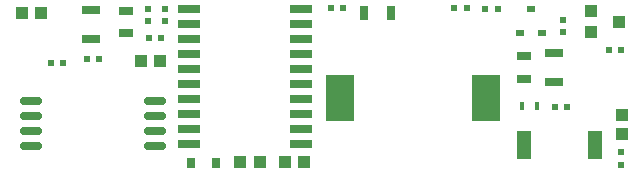
<source format=gtp>
G04*
G04 #@! TF.GenerationSoftware,Altium Limited,Altium Designer,22.6.1 (34)*
G04*
G04 Layer_Color=8421504*
%FSLAX44Y44*%
%MOMM*%
G71*
G04*
G04 #@! TF.SameCoordinates,33BF7DE0-2247-4683-9E98-F91A82CD5A39*
G04*
G04*
G04 #@! TF.FilePolarity,Positive*
G04*
G01*
G75*
%ADD16R,1.3000X2.4000*%
%ADD17R,1.1000X1.1000*%
%ADD18R,1.1000X1.1000*%
%ADD19R,2.4000X4.0000*%
%ADD20R,0.6500X0.6000*%
%ADD21R,1.6000X0.7500*%
%ADD22R,0.5000X0.5000*%
%ADD23R,0.5000X0.5000*%
%ADD24R,1.2000X0.8000*%
%ADD25R,0.6000X0.6000*%
%ADD26R,0.6000X0.6000*%
%ADD27R,0.8000X1.2000*%
%ADD28R,0.8000X0.9000*%
%ADD29R,1.0000X1.0000*%
%ADD30O,1.9000X0.7000*%
%ADD31R,0.3000X0.8000*%
%ADD32R,1.9500X0.6500*%
D16*
X1381000Y899000D02*
D03*
X1441000D02*
D03*
D17*
X1056750Y970000D02*
D03*
X1073250D02*
D03*
X1195250Y884250D02*
D03*
X1178750D02*
D03*
X1140750Y884500D02*
D03*
X1157250D02*
D03*
X972500Y1010750D02*
D03*
X956000D02*
D03*
D18*
X1463750Y908250D02*
D03*
Y924750D02*
D03*
D19*
X1349000Y939000D02*
D03*
X1225000D02*
D03*
D20*
X1396500Y993750D02*
D03*
X1377500D02*
D03*
X1387500Y1013750D02*
D03*
D21*
X1014500Y1013000D02*
D03*
X1014754Y988296D02*
D03*
X1407000Y952000D02*
D03*
X1406746Y976704D02*
D03*
D22*
X1414000Y1005000D02*
D03*
Y995000D02*
D03*
X1077000Y1014000D02*
D03*
Y1004000D02*
D03*
X1063000Y1014000D02*
D03*
Y1004000D02*
D03*
D23*
X1074000Y989250D02*
D03*
X1064000D02*
D03*
X980500Y968250D02*
D03*
X990500D02*
D03*
X1218000Y1015000D02*
D03*
X1228000D02*
D03*
D24*
X1381250Y974000D02*
D03*
Y955000D02*
D03*
X1044000Y1012500D02*
D03*
Y993500D02*
D03*
D25*
X1463500Y882412D02*
D03*
Y893250D02*
D03*
D26*
X1407162Y931000D02*
D03*
X1418000D02*
D03*
X1358750Y1013750D02*
D03*
X1348000D02*
D03*
X1332750Y1015000D02*
D03*
X1322000D02*
D03*
X1011000Y972000D02*
D03*
X1021750D02*
D03*
X1453000Y979000D02*
D03*
X1463500D02*
D03*
D27*
X1245640Y1011000D02*
D03*
X1268500D02*
D03*
D28*
X1120000Y883750D02*
D03*
X1099000D02*
D03*
D29*
X1438000Y1012000D02*
D03*
Y994500D02*
D03*
X1462000Y1003250D02*
D03*
D30*
X1068500Y897950D02*
D03*
Y910650D02*
D03*
Y923350D02*
D03*
Y936050D02*
D03*
X963500D02*
D03*
Y923350D02*
D03*
Y910650D02*
D03*
Y897950D02*
D03*
D31*
X1392500Y932000D02*
D03*
X1379500D02*
D03*
D32*
X1192000Y1013750D02*
D03*
Y1001050D02*
D03*
Y988350D02*
D03*
Y975650D02*
D03*
Y962950D02*
D03*
Y950250D02*
D03*
Y937550D02*
D03*
Y924850D02*
D03*
Y912150D02*
D03*
Y899450D02*
D03*
X1097500D02*
D03*
Y912150D02*
D03*
Y924850D02*
D03*
Y937550D02*
D03*
Y950250D02*
D03*
Y962950D02*
D03*
Y975650D02*
D03*
Y988350D02*
D03*
Y1001050D02*
D03*
Y1013750D02*
D03*
M02*

</source>
